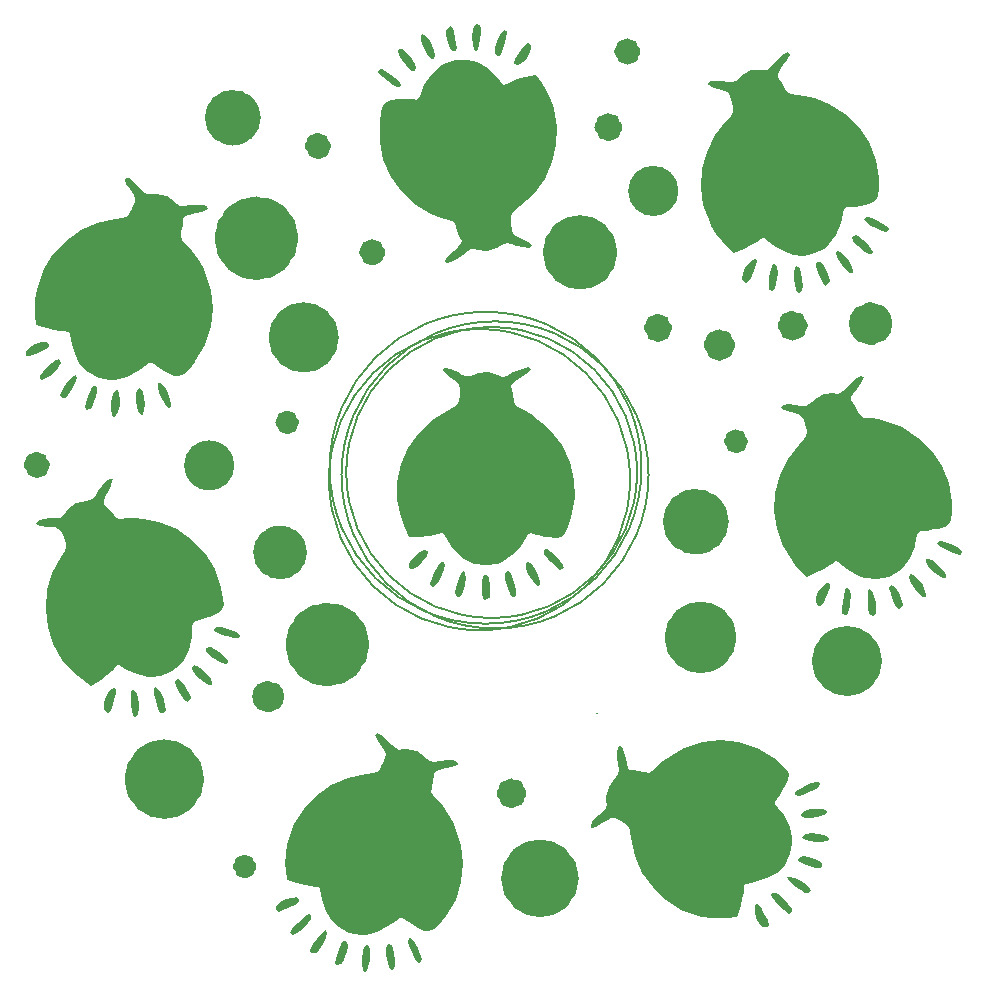
<source format=gbr>
%TF.GenerationSoftware,KiCad,Pcbnew,7.0.11*%
%TF.CreationDate,2024-08-27T07:46:35-07:00*%
%TF.ProjectId,nightLight,6e696768-744c-4696-9768-742e6b696361,rev?*%
%TF.SameCoordinates,Original*%
%TF.FileFunction,Copper,L2,Bot*%
%TF.FilePolarity,Positive*%
%FSLAX46Y46*%
G04 Gerber Fmt 4.6, Leading zero omitted, Abs format (unit mm)*
G04 Created by KiCad (PCBNEW 7.0.11) date 2024-08-27 07:46:35*
%MOMM*%
%LPD*%
G01*
G04 APERTURE LIST*
%TA.AperFunction,NonConductor*%
%ADD10C,2.980386*%
%TD*%
%TA.AperFunction,NonConductor*%
%ADD11C,3.518817*%
%TD*%
%TA.AperFunction,NonConductor*%
%ADD12C,2.139608*%
%TD*%
%TA.AperFunction,NonConductor*%
%ADD13C,3.346017*%
%TD*%
%TA.AperFunction,NonConductor*%
%ADD14C,2.972124*%
%TD*%
%TA.AperFunction,NonConductor*%
%ADD15C,1.287054*%
%TD*%
%TA.AperFunction,NonConductor*%
%ADD16C,0.994427*%
%TD*%
%TA.AperFunction,NonConductor*%
%ADD17C,1.316553*%
%TD*%
%TA.AperFunction,NonConductor*%
%ADD18C,3.023173*%
%TD*%
%TA.AperFunction,NonConductor*%
%ADD19C,1.124254*%
%TD*%
%TA.AperFunction,NonConductor*%
%ADD20C,1.213904*%
%TD*%
%TA.AperFunction,NonConductor*%
%ADD21C,1.259715*%
%TD*%
%TA.AperFunction,NonConductor*%
%ADD22C,0.200000*%
%TD*%
%TA.AperFunction,NonConductor*%
%ADD23C,3.162128*%
%TD*%
%TA.AperFunction,NonConductor*%
%ADD24C,1.128305*%
%TD*%
%TA.AperFunction,NonConductor*%
%ADD25C,1.364911*%
%TD*%
%TA.AperFunction,NonConductor*%
%ADD26C,2.354059*%
%TD*%
%TA.AperFunction,NonConductor*%
%ADD27C,0.976982*%
%TD*%
%TA.AperFunction,NonConductor*%
%ADD28C,1.012828*%
%TD*%
%TA.AperFunction,NonConductor*%
%ADD29C,2.777517*%
%TD*%
%TA.AperFunction,NonConductor*%
%ADD30C,1.820465*%
%TD*%
%TA.AperFunction,NonConductor*%
%ADD31C,3.275025*%
%TD*%
%TA.AperFunction,NonConductor*%
%ADD32C,2.269087*%
%TD*%
%TA.AperFunction,NonConductor*%
%ADD33C,1.192362*%
%TD*%
%TA.AperFunction,NonConductor*%
%ADD34C,1.131959*%
%TD*%
%TA.AperFunction,EtchedComponent*%
%ADD35C,0.000100*%
%TD*%
%TA.AperFunction,ComponentPad*%
%ADD36C,0.800000*%
%TD*%
G04 APERTURE END LIST*
D10*
X136090193Y-87760393D02*
G75*
G03*
X133109807Y-87760393I-1490193J0D01*
G01*
X133109807Y-87760393D02*
G75*
G03*
X136090193Y-87760393I1490193J0D01*
G01*
D11*
X138359408Y-113760393D02*
G75*
G03*
X134840592Y-113760393I-1759408J0D01*
G01*
X134840592Y-113760393D02*
G75*
G03*
X138359408Y-113760393I1759408J0D01*
G01*
D12*
X127669804Y-98600000D02*
G75*
G03*
X125530196Y-98600000I-1069804J0D01*
G01*
X125530196Y-98600000D02*
G75*
G03*
X127669804Y-98600000I1069804J0D01*
G01*
D13*
X124473008Y-125160393D02*
G75*
G03*
X121126992Y-125160393I-1673008J0D01*
G01*
X121126992Y-125160393D02*
G75*
G03*
X124473008Y-125160393I1673008J0D01*
G01*
D14*
X182086062Y-115160393D02*
G75*
G03*
X179113938Y-115160393I-1486062J0D01*
G01*
X179113938Y-115160393D02*
G75*
G03*
X182086062Y-115160393I1486062J0D01*
G01*
D15*
X176643527Y-86760393D02*
G75*
G03*
X175356473Y-86760393I-643527J0D01*
G01*
X175356473Y-86760393D02*
G75*
G03*
X176643527Y-86760393I643527J0D01*
G01*
D16*
X133697213Y-94960393D02*
G75*
G03*
X132702787Y-94960393I-497213J0D01*
G01*
X132702787Y-94960393D02*
G75*
G03*
X133697213Y-94960393I497213J0D01*
G01*
D17*
X170458276Y-88400000D02*
G75*
G03*
X169141724Y-88400000I-658276J0D01*
G01*
X169141724Y-88400000D02*
G75*
G03*
X170458276Y-88400000I658276J0D01*
G01*
D18*
X169711586Y-113160393D02*
G75*
G03*
X166688414Y-113160393I-1511586J0D01*
G01*
X166688414Y-113160393D02*
G75*
G03*
X169711586Y-113160393I1511586J0D01*
G01*
D19*
X112562127Y-98560393D02*
G75*
G03*
X111437873Y-98560393I-562127J0D01*
G01*
X111437873Y-98560393D02*
G75*
G03*
X112562127Y-98560393I562127J0D01*
G01*
D20*
X165206952Y-86960393D02*
G75*
G03*
X163993048Y-86960393I-606952J0D01*
G01*
X163993048Y-86960393D02*
G75*
G03*
X165206952Y-86960393I606952J0D01*
G01*
D21*
X152829857Y-126360393D02*
G75*
G03*
X151570143Y-126360393I-629857J0D01*
G01*
X151570143Y-126360393D02*
G75*
G03*
X152829857Y-126360393I629857J0D01*
G01*
D22*
X162826007Y-99200000D02*
G75*
G03*
X138199999Y-99200000I-12313004J0D01*
G01*
X138199999Y-99200000D02*
G75*
G03*
X162826007Y-99200000I12313004J0D01*
G01*
X163200000Y-98800000D02*
G75*
G03*
X136800000Y-98800000I-13200000J0D01*
G01*
X136800000Y-98800000D02*
G75*
G03*
X163200000Y-98800000I13200000J0D01*
G01*
D23*
X159581064Y-80560393D02*
G75*
G03*
X156418936Y-80560393I-1581064J0D01*
G01*
X156418936Y-80560393D02*
G75*
G03*
X159581064Y-80560393I1581064J0D01*
G01*
D19*
X162562127Y-63560393D02*
G75*
G03*
X161437873Y-63560393I-562127J0D01*
G01*
X161437873Y-63560393D02*
G75*
G03*
X162562127Y-63560393I562127J0D01*
G01*
D24*
X140964152Y-80560393D02*
G75*
G03*
X139835848Y-80560393I-564152J0D01*
G01*
X139835848Y-80560393D02*
G75*
G03*
X140964152Y-80560393I564152J0D01*
G01*
D25*
X132282455Y-118160393D02*
G75*
G03*
X130917545Y-118160393I-682455J0D01*
G01*
X130917545Y-118160393D02*
G75*
G03*
X132282455Y-118160393I682455J0D01*
G01*
D26*
X129777029Y-69160393D02*
G75*
G03*
X127422971Y-69160393I-1177029J0D01*
G01*
X127422971Y-69160393D02*
G75*
G03*
X129777029Y-69160393I1177029J0D01*
G01*
D27*
X130088491Y-132560393D02*
G75*
G03*
X129111509Y-132560393I-488491J0D01*
G01*
X129111509Y-132560393D02*
G75*
G03*
X130088491Y-132560393I488491J0D01*
G01*
D11*
X132359408Y-79360393D02*
G75*
G03*
X128840592Y-79360393I-1759408J0D01*
G01*
X128840592Y-79360393D02*
G75*
G03*
X132359408Y-79360393I1759408J0D01*
G01*
D28*
X171706414Y-96560393D02*
G75*
G03*
X170693586Y-96560393I-506414J0D01*
G01*
X170693586Y-96560393D02*
G75*
G03*
X171706414Y-96560393I506414J0D01*
G01*
D29*
X169188758Y-103360393D02*
G75*
G03*
X166411242Y-103360393I-1388758J0D01*
G01*
X166411242Y-103360393D02*
G75*
G03*
X169188758Y-103360393I1388758J0D01*
G01*
D30*
X183510232Y-86600000D02*
G75*
G03*
X181689768Y-86600000I-910232J0D01*
G01*
X181689768Y-86600000D02*
G75*
G03*
X183510232Y-86600000I910232J0D01*
G01*
D22*
X163800000Y-99400000D02*
G75*
G03*
X137800000Y-99400000I-13000000J0D01*
G01*
X137800000Y-99400000D02*
G75*
G03*
X163800000Y-99400000I13000000J0D01*
G01*
D12*
X165269804Y-75360393D02*
G75*
G03*
X163130196Y-75360393I-1069804J0D01*
G01*
X163130196Y-75360393D02*
G75*
G03*
X165269804Y-75360393I1069804J0D01*
G01*
D31*
X156237512Y-133560393D02*
G75*
G03*
X152962488Y-133560393I-1637512J0D01*
G01*
X152962488Y-133560393D02*
G75*
G03*
X156237512Y-133560393I1637512J0D01*
G01*
D22*
X162236997Y-99800000D02*
G75*
G03*
X136736997Y-99800000I-12750000J0D01*
G01*
X136736997Y-99800000D02*
G75*
G03*
X162236997Y-99800000I12750000J0D01*
G01*
D32*
X133734543Y-105960393D02*
G75*
G03*
X131465457Y-105960393I-1134543J0D01*
G01*
X131465457Y-105960393D02*
G75*
G03*
X133734543Y-105960393I1134543J0D01*
G01*
D33*
X160996181Y-69960393D02*
G75*
G03*
X159803819Y-69960393I-596181J0D01*
G01*
X159803819Y-69960393D02*
G75*
G03*
X160996181Y-69960393I596181J0D01*
G01*
D34*
X136365979Y-71560393D02*
G75*
G03*
X135234021Y-71560393I-565979J0D01*
G01*
X135234021Y-71560393D02*
G75*
G03*
X136365979Y-71560393I565979J0D01*
G01*
D35*
%TO.C,D1*%
X159450000Y-119575000D02*
X159375000Y-119525000D01*
%TA.AperFunction,EtchedComponent*%
%TO.C,REF\u002A\u002A*%
G36*
X178542856Y-127681780D02*
G01*
X178842752Y-127770763D01*
X178932274Y-127907279D01*
X178803245Y-128114008D01*
X178365973Y-128291906D01*
X177650910Y-128424276D01*
X177212581Y-128438595D01*
X176826472Y-128345377D01*
X176681536Y-128161181D01*
X176835796Y-127921776D01*
X177017232Y-127831431D01*
X177484589Y-127723063D01*
X178041633Y-127669530D01*
X178542856Y-127681780D01*
G37*
%TD.AperFunction*%
%TA.AperFunction,EtchedComponent*%
G36*
X178164496Y-129791355D02*
G01*
X178683333Y-129912829D01*
X178972168Y-130049376D01*
X179114681Y-130245525D01*
X178926815Y-130401372D01*
X178424651Y-130481560D01*
X178026028Y-130483981D01*
X177392521Y-130409429D01*
X176955137Y-130251203D01*
X176793583Y-130031309D01*
X176836368Y-129940674D01*
X177130337Y-129812216D01*
X177609939Y-129760130D01*
X178164496Y-129791355D01*
G37*
%TD.AperFunction*%
%TA.AperFunction,EtchedComponent*%
G36*
X176225110Y-133534088D02*
G01*
X176733818Y-133782349D01*
X177213377Y-134121670D01*
X177455051Y-134382780D01*
X177523195Y-134668241D01*
X177278617Y-134828158D01*
X177076246Y-134788381D01*
X176698825Y-134587072D01*
X176266280Y-134283896D01*
X175869383Y-133949833D01*
X175598903Y-133655867D01*
X175545611Y-133472975D01*
X175793101Y-133418058D01*
X176225110Y-133534088D01*
G37*
%TD.AperFunction*%
%TA.AperFunction,EtchedComponent*%
G36*
X173082966Y-135755697D02*
G01*
X173315689Y-135994413D01*
X173613258Y-136538455D01*
X173873424Y-137117757D01*
X173975566Y-137490392D01*
X173899843Y-137671989D01*
X173648029Y-137723007D01*
X173455491Y-137663213D01*
X173167259Y-137365620D01*
X172930320Y-136915891D01*
X172784866Y-136424090D01*
X172771092Y-136000280D01*
X172929187Y-135754523D01*
X173082966Y-135755697D01*
G37*
%TD.AperFunction*%
%TA.AperFunction,EtchedComponent*%
G36*
X178204538Y-125445001D02*
G01*
X178299822Y-125612407D01*
X178244335Y-125777818D01*
X177966492Y-125973437D01*
X177412774Y-126253947D01*
X177034572Y-126419994D01*
X176513428Y-126568948D01*
X176224453Y-126525303D01*
X176201682Y-126288096D01*
X176274424Y-126187174D01*
X176596891Y-125956424D01*
X177064046Y-125719303D01*
X177562980Y-125523339D01*
X177980780Y-125416063D01*
X178204538Y-125445001D01*
G37*
%TD.AperFunction*%
%TA.AperFunction,EtchedComponent*%
G36*
X174964988Y-135008457D02*
G01*
X175425948Y-135473327D01*
X175623364Y-135720328D01*
X175902422Y-136155518D01*
X175926429Y-136414712D01*
X175706153Y-136538861D01*
X175589604Y-136503333D01*
X175284571Y-136270520D01*
X174908436Y-135902110D01*
X174546450Y-135490705D01*
X174283866Y-135128906D01*
X174205934Y-134909314D01*
X174284484Y-134795135D01*
X174565748Y-134773724D01*
X174964988Y-135008457D01*
G37*
%TD.AperFunction*%
%TA.AperFunction,EtchedComponent*%
G36*
X177417558Y-131771938D02*
G01*
X177599519Y-131827013D01*
X178080430Y-132004877D01*
X178369227Y-132159932D01*
X178447295Y-132262041D01*
X178475910Y-132591476D01*
X178455997Y-132633928D01*
X178295932Y-132722418D01*
X177954790Y-132672647D01*
X177361383Y-132477325D01*
X176955956Y-132324164D01*
X176586399Y-132148818D01*
X176456201Y-132000274D01*
X176503401Y-131831928D01*
X176581002Y-131741250D01*
X176881766Y-131666778D01*
X177417558Y-131771938D01*
G37*
%TD.AperFunction*%
%TA.AperFunction,EtchedComponent*%
G36*
X171493479Y-122043120D02*
G01*
X172986949Y-122543596D01*
X174378550Y-123375267D01*
X174413587Y-123401608D01*
X175089264Y-123941851D01*
X175490623Y-124371920D01*
X175647657Y-124764580D01*
X175590363Y-125192596D01*
X175348739Y-125728733D01*
X175198637Y-126003006D01*
X174887455Y-126519690D01*
X174639755Y-126868626D01*
X174526840Y-127023023D01*
X174504898Y-127281755D01*
X174749465Y-127615469D01*
X175224770Y-128220744D01*
X175732645Y-129190740D01*
X175970039Y-130154690D01*
X175975102Y-130574360D01*
X175771458Y-131540215D01*
X175313854Y-132425337D01*
X174657142Y-133106405D01*
X174539087Y-133185150D01*
X173961127Y-133476221D01*
X173252031Y-133743597D01*
X172559461Y-133936741D01*
X172031082Y-134005120D01*
X171907354Y-134111552D01*
X171855553Y-134518844D01*
X171843408Y-134732407D01*
X171748150Y-135310136D01*
X171587994Y-135940326D01*
X171313039Y-136843085D01*
X170400474Y-136931763D01*
X169937393Y-136948762D01*
X169130493Y-136907147D01*
X168349001Y-136800635D01*
X168020996Y-136728769D01*
X166581345Y-136201448D01*
X165281867Y-135384726D01*
X164165166Y-134325635D01*
X163273847Y-133071209D01*
X162650515Y-131668482D01*
X162337775Y-130164489D01*
X162336449Y-130150267D01*
X162266022Y-129560494D01*
X162146360Y-129206216D01*
X161905670Y-128968243D01*
X161472160Y-128727383D01*
X161428149Y-128705083D01*
X160939492Y-128490885D01*
X160615059Y-128455438D01*
X160328606Y-128582777D01*
X159816583Y-128914932D01*
X159333696Y-129205224D01*
X159052640Y-129325327D01*
X158920742Y-129295424D01*
X158885320Y-129135694D01*
X158902983Y-129031437D01*
X159136222Y-128648374D01*
X159593553Y-128186767D01*
X159892261Y-127921978D01*
X160162395Y-127622545D01*
X160255787Y-127353340D01*
X160235345Y-126997825D01*
X160216949Y-126634446D01*
X160411487Y-125800354D01*
X160929314Y-125099003D01*
X161078187Y-124955770D01*
X161245564Y-124706387D01*
X161274480Y-124382092D01*
X161193815Y-123846079D01*
X161128633Y-123290002D01*
X161151299Y-122742598D01*
X161269568Y-122391842D01*
X161469517Y-122315041D01*
X161562808Y-122440998D01*
X161708582Y-122836403D01*
X161848422Y-123395868D01*
X161956938Y-123881830D01*
X162085675Y-124232924D01*
X162260355Y-124380643D01*
X162537570Y-124408109D01*
X162919373Y-124437372D01*
X163468975Y-124564895D01*
X163504699Y-124577388D01*
X163816963Y-124617473D01*
X164118759Y-124466231D01*
X164518181Y-124072987D01*
X164544894Y-124044366D01*
X165026237Y-123628389D01*
X165688430Y-123168507D01*
X166396495Y-122759133D01*
X166810435Y-122560409D01*
X168364365Y-122048372D01*
X169938999Y-121876994D01*
X171493479Y-122043120D01*
G37*
%TD.AperFunction*%
%TA.AperFunction,EtchedComponent*%
G36*
X181569106Y-79188853D02*
G01*
X181952532Y-79477212D01*
X182351601Y-79869521D01*
X182664397Y-80261355D01*
X182789002Y-80548286D01*
X182741968Y-80704614D01*
X182500666Y-80738655D01*
X182083315Y-80518036D01*
X181522281Y-80055351D01*
X181229559Y-79728776D01*
X181052782Y-79373080D01*
X181100722Y-79143654D01*
X181383273Y-79107937D01*
X181569106Y-79188853D01*
G37*
%TD.AperFunction*%
%TA.AperFunction,EtchedComponent*%
G36*
X180124439Y-80548720D02*
G01*
X180472622Y-80882636D01*
X180805164Y-81327523D01*
X181045611Y-81803056D01*
X181126670Y-82112089D01*
X181068017Y-82347342D01*
X180827872Y-82303604D01*
X180443661Y-81970469D01*
X180185576Y-81666661D01*
X179835476Y-81133446D01*
X179675538Y-80696685D01*
X179740143Y-80431582D01*
X179837075Y-80406098D01*
X180124439Y-80548720D01*
G37*
%TD.AperFunction*%
%TA.AperFunction,EtchedComponent*%
G36*
X176502645Y-81842129D02*
G01*
X176691451Y-82247649D01*
X176828263Y-82796922D01*
X176876583Y-83382396D01*
X176831906Y-83735367D01*
X176657032Y-83971059D01*
X176377317Y-83886495D01*
X176277707Y-83705901D01*
X176189317Y-83287381D01*
X176143528Y-82761154D01*
X176144314Y-82242382D01*
X176195645Y-81846225D01*
X176301493Y-81687840D01*
X176502645Y-81842129D01*
G37*
%TD.AperFunction*%
%TA.AperFunction,EtchedComponent*%
G36*
X172969868Y-81268650D02*
G01*
X172936593Y-81600370D01*
X172711106Y-82178025D01*
X172434567Y-82749691D01*
X172214767Y-83067462D01*
X172026982Y-83126183D01*
X171826037Y-82966076D01*
X171748081Y-82780148D01*
X171790778Y-82368061D01*
X171982989Y-81897475D01*
X172266235Y-81469927D01*
X172582038Y-81186955D01*
X172871920Y-81150094D01*
X172969868Y-81268650D01*
G37*
%TD.AperFunction*%
%TA.AperFunction,EtchedComponent*%
G36*
X182735254Y-77661622D02*
G01*
X183217181Y-77867064D01*
X183688007Y-78123307D01*
X184038742Y-78374404D01*
X184160402Y-78564414D01*
X184093409Y-78745013D01*
X183931031Y-78808831D01*
X183602585Y-78721732D01*
X183031778Y-78477868D01*
X182661475Y-78294882D01*
X182212385Y-77991408D01*
X182060070Y-77741986D01*
X182227143Y-77572069D01*
X182351212Y-77562920D01*
X182735254Y-77661622D01*
G37*
%TD.AperFunction*%
%TA.AperFunction,EtchedComponent*%
G36*
X174675217Y-81773327D02*
G01*
X174752028Y-82230046D01*
X174692216Y-82881974D01*
X174629899Y-83191973D01*
X174475899Y-83685478D01*
X174292776Y-83870476D01*
X174056082Y-83781536D01*
X174008381Y-83669417D01*
X173990656Y-83286099D01*
X174031099Y-82761153D01*
X174113574Y-82219410D01*
X174221941Y-81785699D01*
X174340065Y-81584849D01*
X174478022Y-81571629D01*
X174675217Y-81773327D01*
G37*
%TD.AperFunction*%
%TA.AperFunction,EtchedComponent*%
G36*
X178293607Y-81367864D02*
G01*
X178543984Y-81550393D01*
X178807826Y-82028430D01*
X178882599Y-82203221D01*
X179055471Y-82685949D01*
X179122327Y-83006848D01*
X179094288Y-83132286D01*
X178860320Y-83365963D01*
X178815000Y-83377996D01*
X178644325Y-83312260D01*
X178463170Y-83018937D01*
X178231360Y-82438811D01*
X178088085Y-82029786D01*
X177984861Y-81633978D01*
X178014963Y-81438759D01*
X178174263Y-81366705D01*
X178293607Y-81367864D01*
G37*
%TD.AperFunction*%
%TA.AperFunction,EtchedComponent*%
G36*
X175801027Y-63732745D02*
G01*
X175764505Y-63885174D01*
X175555308Y-64251005D01*
X175216621Y-64717745D01*
X174914105Y-65113243D01*
X174727902Y-65437541D01*
X174727025Y-65666305D01*
X174884176Y-65896319D01*
X175107177Y-66207607D01*
X175362766Y-66710597D01*
X175376159Y-66745994D01*
X175546171Y-67010968D01*
X175856020Y-67144941D01*
X176414006Y-67198143D01*
X176453101Y-67200209D01*
X177081160Y-67301554D01*
X177859099Y-67513217D01*
X178627833Y-67792486D01*
X179046140Y-67981845D01*
X180437230Y-68843094D01*
X181580668Y-69939174D01*
X182452610Y-71236758D01*
X183029206Y-72702522D01*
X183286613Y-74303138D01*
X183288956Y-74346910D01*
X183309423Y-75211770D01*
X183237959Y-75795672D01*
X183038104Y-76168363D01*
X182673397Y-76399598D01*
X182107379Y-76559125D01*
X181800791Y-76620439D01*
X181204963Y-76714178D01*
X180778444Y-76748720D01*
X180587589Y-76761467D01*
X180375285Y-76910969D01*
X180276849Y-77312824D01*
X180118703Y-78065992D01*
X179702098Y-79078549D01*
X179116263Y-79880018D01*
X178798032Y-80153656D01*
X177927244Y-80618495D01*
X176955059Y-80836895D01*
X176011205Y-80771607D01*
X175874999Y-80731788D01*
X175280519Y-80476141D01*
X174619899Y-80104809D01*
X174026767Y-79698420D01*
X173634750Y-79337611D01*
X173473688Y-79311243D01*
X173128386Y-79533364D01*
X172956981Y-79661335D01*
X172453185Y-79959721D01*
X171867485Y-80242112D01*
X170999194Y-80611767D01*
X170344677Y-79969703D01*
X170033992Y-79625889D01*
X169547206Y-78981018D01*
X169126465Y-78313895D01*
X168970681Y-78016435D01*
X168449241Y-76574643D01*
X168239598Y-75054206D01*
X168333108Y-73517993D01*
X168721125Y-72028874D01*
X169395007Y-70649718D01*
X170346107Y-69443397D01*
X170356149Y-69433240D01*
X170762672Y-69000191D01*
X170957147Y-68680799D01*
X170984733Y-68343453D01*
X170890587Y-67856544D01*
X170879381Y-67808495D01*
X170729362Y-67296479D01*
X170547975Y-67025163D01*
X170266299Y-66887579D01*
X169682732Y-66708852D01*
X169149962Y-66525535D01*
X168877298Y-66387435D01*
X168815423Y-66267173D01*
X168915014Y-66137366D01*
X169006234Y-66083882D01*
X169449599Y-66016326D01*
X170097177Y-66069946D01*
X170492024Y-66128567D01*
X170895041Y-66143030D01*
X171161296Y-66041530D01*
X171420496Y-65797350D01*
X171687036Y-65549682D01*
X172451034Y-65162563D01*
X173321153Y-65108421D01*
X173526569Y-65130397D01*
X173825196Y-65098315D01*
X174092206Y-64912012D01*
X174450966Y-64505677D01*
X174835048Y-64098305D01*
X175268952Y-63763804D01*
X175613670Y-63628942D01*
X175801027Y-63732745D01*
G37*
%TD.AperFunction*%
%TA.AperFunction,EtchedComponent*%
G36*
X142937802Y-63381784D02*
G01*
X143310502Y-63671524D01*
X143782670Y-64224601D01*
X144014235Y-64597046D01*
X144126560Y-64978035D01*
X144039510Y-65195651D01*
X143755049Y-65181761D01*
X143586090Y-65069805D01*
X143258562Y-64719245D01*
X142933679Y-64263599D01*
X142693677Y-63823401D01*
X142620790Y-63519192D01*
X142694256Y-63373406D01*
X142937802Y-63381784D01*
G37*
%TD.AperFunction*%
%TA.AperFunction,EtchedComponent*%
G36*
X144856933Y-62131087D02*
G01*
X145177460Y-62525879D01*
X145378868Y-62869887D01*
X145631057Y-63455796D01*
X145712722Y-63913695D01*
X145603064Y-64163552D01*
X145503180Y-64171816D01*
X145244948Y-63981461D01*
X144960039Y-63592156D01*
X144709801Y-63096283D01*
X144555583Y-62586221D01*
X144529419Y-62267808D01*
X144628032Y-62046314D01*
X144856933Y-62131087D01*
G37*
%TD.AperFunction*%
%TA.AperFunction,EtchedComponent*%
G36*
X149514741Y-61345075D02*
G01*
X149581478Y-61540222D01*
X149595850Y-61967733D01*
X149549565Y-62493917D01*
X149458707Y-63004670D01*
X149339364Y-63385896D01*
X149207621Y-63523494D01*
X149036316Y-63336620D01*
X148920797Y-62904474D01*
X148881443Y-62339789D01*
X148935524Y-61754819D01*
X149040815Y-61414968D01*
X149253960Y-61213223D01*
X149514741Y-61345075D01*
G37*
%TD.AperFunction*%
%TA.AperFunction,EtchedComponent*%
G36*
X153837048Y-63041832D02*
G01*
X153881534Y-63238473D01*
X153767926Y-63636885D01*
X153496919Y-64066945D01*
X153143734Y-64438812D01*
X152783590Y-64662646D01*
X152491712Y-64648610D01*
X152415839Y-64514847D01*
X152506211Y-64193945D01*
X152828581Y-63664221D01*
X153200188Y-63149260D01*
X153471828Y-62874484D01*
X153666957Y-62849264D01*
X153837048Y-63041832D01*
G37*
%TD.AperFunction*%
%TA.AperFunction,EtchedComponent*%
G36*
X141502390Y-65176719D02*
G01*
X142022177Y-65515998D01*
X142355080Y-65760507D01*
X142744650Y-66137354D01*
X142851339Y-66409436D01*
X142657298Y-66547759D01*
X142533526Y-66535225D01*
X142172457Y-66371335D01*
X141733526Y-66085327D01*
X141314350Y-65751219D01*
X141012546Y-65443032D01*
X140925729Y-65234783D01*
X141023064Y-65068562D01*
X141194058Y-65033909D01*
X141502390Y-65176719D01*
G37*
%TD.AperFunction*%
%TA.AperFunction,EtchedComponent*%
G36*
X151782485Y-61851518D02*
G01*
X151809992Y-61970216D01*
X151760886Y-62350789D01*
X151629901Y-62860737D01*
X151454607Y-63379928D01*
X151272572Y-63788232D01*
X151121366Y-63965519D01*
X150983209Y-63954582D01*
X150824034Y-63721706D01*
X150827699Y-63258587D01*
X150999808Y-62626950D01*
X151115009Y-62332481D01*
X151352366Y-61873216D01*
X151564831Y-61722828D01*
X151782485Y-61851518D01*
G37*
%TD.AperFunction*%
%TA.AperFunction,EtchedComponent*%
G36*
X147182459Y-61516925D02*
G01*
X147309927Y-61837248D01*
X147437477Y-62448815D01*
X147507550Y-62876505D01*
X147540473Y-63284224D01*
X147476930Y-63471251D01*
X147307538Y-63514547D01*
X147190207Y-63492682D01*
X146975331Y-63269449D01*
X146798507Y-62752859D01*
X146755222Y-62567739D01*
X146668801Y-62062325D01*
X146658685Y-61734692D01*
X146708079Y-61616029D01*
X146979071Y-61426530D01*
X147025792Y-61422550D01*
X147182459Y-61516925D01*
G37*
%TD.AperFunction*%
%TA.AperFunction,EtchedComponent*%
G36*
X149334396Y-64476216D02*
G01*
X149461619Y-64539082D01*
X150002674Y-64894075D01*
X150588776Y-65374482D01*
X151102329Y-65877693D01*
X151425737Y-66301093D01*
X151579773Y-66355029D01*
X151958399Y-66196244D01*
X152149423Y-66099980D01*
X152697380Y-65893611D01*
X153323218Y-65717216D01*
X154242507Y-65503954D01*
X154775588Y-66249919D01*
X155021850Y-66642460D01*
X155389260Y-67362063D01*
X155687764Y-68092112D01*
X155789528Y-68412105D01*
X156052681Y-69922540D01*
X155995118Y-71456281D01*
X155636269Y-72952918D01*
X154995563Y-74352036D01*
X154092432Y-75593221D01*
X152946306Y-76616059D01*
X152934652Y-76624318D01*
X152459107Y-76980196D01*
X152212125Y-77260966D01*
X152126379Y-77588396D01*
X152134543Y-78084256D01*
X152137236Y-78133521D01*
X152196064Y-78663809D01*
X152327582Y-78962500D01*
X152581088Y-79146907D01*
X153124754Y-79424253D01*
X153617597Y-79697300D01*
X153862138Y-79880650D01*
X153902190Y-80009829D01*
X153781571Y-80120370D01*
X153682450Y-80157202D01*
X153234089Y-80146742D01*
X152605660Y-79981486D01*
X152226991Y-79855191D01*
X151832608Y-79770965D01*
X151552774Y-79824687D01*
X151255110Y-80020149D01*
X150949612Y-80217769D01*
X150129998Y-80466341D01*
X149263697Y-80368565D01*
X149065217Y-80311253D01*
X148765556Y-80290992D01*
X148470251Y-80428098D01*
X148046382Y-80765962D01*
X147597396Y-81100450D01*
X147111998Y-81354523D01*
X146749099Y-81427477D01*
X146582614Y-81292716D01*
X146645050Y-81148945D01*
X146914594Y-80824999D01*
X147329184Y-80424161D01*
X147695783Y-80087203D01*
X147935470Y-79800166D01*
X147976059Y-79575030D01*
X147861237Y-79321221D01*
X147695678Y-78975939D01*
X147531315Y-78436207D01*
X147524273Y-78399023D01*
X147402855Y-78108552D01*
X147120978Y-77922810D01*
X146580708Y-77773523D01*
X146542565Y-77764699D01*
X145941646Y-77555832D01*
X145212280Y-77212297D01*
X144503720Y-76803782D01*
X144124650Y-76544662D01*
X142904248Y-75454937D01*
X141968513Y-74176953D01*
X141335142Y-72747671D01*
X141021832Y-71204050D01*
X141046280Y-69583052D01*
X141051573Y-69539539D01*
X141181599Y-68684264D01*
X141353370Y-68121643D01*
X141614907Y-67789318D01*
X142014226Y-67624927D01*
X142599346Y-67566111D01*
X142911925Y-67558967D01*
X143514977Y-67570117D01*
X143941015Y-67610163D01*
X144131184Y-67630752D01*
X144366223Y-67520388D01*
X144532945Y-67141730D01*
X144819476Y-66427466D01*
X145405580Y-65502635D01*
X146121688Y-64815072D01*
X146482601Y-64600851D01*
X147420879Y-64294285D01*
X148416218Y-64248021D01*
X149334396Y-64476216D01*
G37*
%TD.AperFunction*%
%TA.AperFunction,EtchedComponent*%
G36*
X126780129Y-114007675D02*
G01*
X127207802Y-114225072D01*
X127668933Y-114542124D01*
X128045018Y-114873688D01*
X128217555Y-115134623D01*
X128198381Y-115296743D01*
X127966657Y-115372169D01*
X127517337Y-115227373D01*
X126884481Y-114869141D01*
X126539497Y-114598358D01*
X126303640Y-114278763D01*
X126311012Y-114044497D01*
X126583068Y-113960258D01*
X126780129Y-114007675D01*
G37*
%TD.AperFunction*%
%TA.AperFunction,EtchedComponent*%
G36*
X125593548Y-115597747D02*
G01*
X125994425Y-115866129D01*
X126399170Y-116246511D01*
X126718539Y-116673067D01*
X126852029Y-116963329D01*
X126835118Y-117205193D01*
X126591027Y-117203820D01*
X126154804Y-116942464D01*
X125847885Y-116688088D01*
X125410512Y-116223767D01*
X125177161Y-115821414D01*
X125194750Y-115549120D01*
X125285784Y-115507192D01*
X125593548Y-115597747D01*
G37*
%TD.AperFunction*%
%TA.AperFunction,EtchedComponent*%
G36*
X122251376Y-117500423D02*
G01*
X122507731Y-117866997D01*
X122737845Y-118384168D01*
X122887097Y-118952357D01*
X122904392Y-119307724D01*
X122773102Y-119570202D01*
X122482952Y-119535494D01*
X122353495Y-119374942D01*
X122193773Y-118978128D01*
X122057301Y-118467847D01*
X121967992Y-117956820D01*
X121949751Y-117557768D01*
X122026487Y-117383409D01*
X122251376Y-117500423D01*
G37*
%TD.AperFunction*%
%TA.AperFunction,EtchedComponent*%
G36*
X118672686Y-117549117D02*
G01*
X118697518Y-117881576D01*
X118575766Y-118489610D01*
X118402697Y-119100612D01*
X118241417Y-119451723D01*
X118066682Y-119542160D01*
X117840987Y-119419380D01*
X117731929Y-119249814D01*
X117702420Y-118836572D01*
X117809994Y-118339759D01*
X118014694Y-117869521D01*
X118276562Y-117536010D01*
X118555639Y-117449371D01*
X118672686Y-117549117D01*
G37*
%TD.AperFunction*%
%TA.AperFunction,EtchedComponent*%
G36*
X127663360Y-112301146D02*
G01*
X128173640Y-112419782D01*
X128681809Y-112590374D01*
X129070818Y-112776752D01*
X129223625Y-112942749D01*
X129189010Y-113132237D01*
X129040181Y-113223283D01*
X128701600Y-113194542D01*
X128097119Y-113053501D01*
X127700666Y-112937597D01*
X127205701Y-112716718D01*
X127012388Y-112497534D01*
X127147418Y-112301187D01*
X127268012Y-112270633D01*
X127663360Y-112301146D01*
G37*
%TD.AperFunction*%
%TA.AperFunction,EtchedComponent*%
G36*
X120439763Y-117749996D02*
G01*
X120594715Y-118186439D01*
X120649018Y-118838849D01*
X120641479Y-119154960D01*
X120575515Y-119667709D01*
X120427299Y-119881695D01*
X120178756Y-119835208D01*
X120112311Y-119733076D01*
X120028292Y-119358659D01*
X119976965Y-118834666D01*
X119964114Y-118286831D01*
X119995522Y-117840892D01*
X120076974Y-117622580D01*
X120210540Y-117585606D01*
X120439763Y-117749996D01*
G37*
%TD.AperFunction*%
%TA.AperFunction,EtchedComponent*%
G36*
X124211042Y-116858645D02*
G01*
X124553887Y-117283604D01*
X124657876Y-117442755D01*
X124911946Y-117888131D01*
X125033510Y-118192545D01*
X125027679Y-118320946D01*
X124837843Y-118591702D01*
X124795301Y-118611421D01*
X124615804Y-118576321D01*
X124386466Y-118318912D01*
X124057440Y-117787852D01*
X123845315Y-117409921D01*
X123674928Y-117038051D01*
X123670673Y-116840570D01*
X123815041Y-116741949D01*
X123932774Y-116722366D01*
X124211042Y-116858645D01*
G37*
%TD.AperFunction*%
%TA.AperFunction,EtchedComponent*%
G36*
X118415755Y-99787997D02*
G01*
X118406257Y-99944452D01*
X118263764Y-100341051D01*
X118011272Y-100859513D01*
X117782028Y-101301535D01*
X117654968Y-101653239D01*
X117693829Y-101878680D01*
X117888533Y-102077911D01*
X118162201Y-102345746D01*
X118501251Y-102796712D01*
X118520587Y-102829245D01*
X118734028Y-103060671D01*
X119062434Y-103138804D01*
X119621181Y-103094305D01*
X119660041Y-103089551D01*
X120296157Y-103080295D01*
X121099033Y-103153654D01*
X121904582Y-103295191D01*
X122349416Y-103409035D01*
X123868927Y-104015640D01*
X125185326Y-104896512D01*
X126269343Y-106022972D01*
X127091708Y-107366342D01*
X127623148Y-108897944D01*
X127633056Y-108940643D01*
X127803394Y-109788810D01*
X127834409Y-110376251D01*
X127702307Y-110777985D01*
X127383294Y-111069037D01*
X126853577Y-111324428D01*
X126562293Y-111438050D01*
X125991796Y-111633829D01*
X125577755Y-111741911D01*
X125392012Y-111787606D01*
X125208894Y-111971702D01*
X125181736Y-112384546D01*
X125156778Y-113153733D01*
X124922331Y-114223250D01*
X124484570Y-115114272D01*
X124218690Y-115439012D01*
X123441850Y-116048001D01*
X122522359Y-116431901D01*
X121581507Y-116531503D01*
X121440456Y-116515941D01*
X120810615Y-116367409D01*
X120095550Y-116116432D01*
X119440860Y-115819214D01*
X118992145Y-115531960D01*
X118828951Y-115533961D01*
X118527467Y-115812668D01*
X118380888Y-115968459D01*
X117936559Y-116349795D01*
X117408794Y-116729602D01*
X116617884Y-117244418D01*
X115861818Y-116725764D01*
X115496150Y-116441123D01*
X114904778Y-115890579D01*
X114374585Y-115306652D01*
X114169514Y-115040762D01*
X113405632Y-113711421D01*
X112935153Y-112250488D01*
X112760481Y-110721376D01*
X112884021Y-109187500D01*
X113308176Y-107712280D01*
X114035352Y-106359128D01*
X114043478Y-106347381D01*
X114368626Y-105850319D01*
X114504685Y-105502009D01*
X114473272Y-105164999D01*
X114296006Y-104701835D01*
X114276626Y-104656462D01*
X114039976Y-104178275D01*
X113814231Y-103942579D01*
X113512944Y-103855997D01*
X112907206Y-103781321D01*
X112350697Y-103693303D01*
X112058195Y-103604649D01*
X111976376Y-103496959D01*
X112051914Y-103351830D01*
X112132461Y-103283318D01*
X112557359Y-103139799D01*
X113204410Y-103080153D01*
X113603438Y-103069319D01*
X114002844Y-103013579D01*
X114247428Y-102867387D01*
X114460289Y-102581907D01*
X114679773Y-102291718D01*
X115364941Y-101777812D01*
X116212439Y-101573399D01*
X116418551Y-101559371D01*
X116707070Y-101475920D01*
X116937673Y-101246082D01*
X117220423Y-100783622D01*
X117527930Y-100315744D01*
X117897157Y-99910978D01*
X118213219Y-99718305D01*
X118415755Y-99787997D01*
G37*
%TD.AperFunction*%
%TA.AperFunction,EtchedComponent*%
G36*
X187769106Y-106588853D02*
G01*
X188152532Y-106877212D01*
X188551601Y-107269521D01*
X188864397Y-107661355D01*
X188989002Y-107948286D01*
X188941968Y-108104614D01*
X188700666Y-108138655D01*
X188283315Y-107918036D01*
X187722281Y-107455351D01*
X187429559Y-107128776D01*
X187252782Y-106773080D01*
X187300722Y-106543654D01*
X187583273Y-106507937D01*
X187769106Y-106588853D01*
G37*
%TD.AperFunction*%
%TA.AperFunction,EtchedComponent*%
G36*
X186324439Y-107948720D02*
G01*
X186672622Y-108282636D01*
X187005164Y-108727523D01*
X187245611Y-109203056D01*
X187326670Y-109512089D01*
X187268017Y-109747342D01*
X187027872Y-109703604D01*
X186643661Y-109370469D01*
X186385576Y-109066661D01*
X186035476Y-108533446D01*
X185875538Y-108096685D01*
X185940143Y-107831582D01*
X186037075Y-107806098D01*
X186324439Y-107948720D01*
G37*
%TD.AperFunction*%
%TA.AperFunction,EtchedComponent*%
G36*
X182702645Y-109242129D02*
G01*
X182891451Y-109647649D01*
X183028263Y-110196922D01*
X183076583Y-110782396D01*
X183031906Y-111135367D01*
X182857032Y-111371059D01*
X182577317Y-111286495D01*
X182477707Y-111105901D01*
X182389317Y-110687381D01*
X182343528Y-110161154D01*
X182344314Y-109642382D01*
X182395645Y-109246225D01*
X182501493Y-109087840D01*
X182702645Y-109242129D01*
G37*
%TD.AperFunction*%
%TA.AperFunction,EtchedComponent*%
G36*
X179169868Y-108668650D02*
G01*
X179136593Y-109000370D01*
X178911106Y-109578025D01*
X178634567Y-110149691D01*
X178414767Y-110467462D01*
X178226982Y-110526183D01*
X178026037Y-110366076D01*
X177948081Y-110180148D01*
X177990778Y-109768061D01*
X178182989Y-109297475D01*
X178466235Y-108869927D01*
X178782038Y-108586955D01*
X179071920Y-108550094D01*
X179169868Y-108668650D01*
G37*
%TD.AperFunction*%
%TA.AperFunction,EtchedComponent*%
G36*
X188935254Y-105061622D02*
G01*
X189417181Y-105267064D01*
X189888007Y-105523307D01*
X190238742Y-105774404D01*
X190360402Y-105964414D01*
X190293409Y-106145013D01*
X190131031Y-106208831D01*
X189802585Y-106121732D01*
X189231778Y-105877868D01*
X188861475Y-105694882D01*
X188412385Y-105391408D01*
X188260070Y-105141986D01*
X188427143Y-104972069D01*
X188551212Y-104962920D01*
X188935254Y-105061622D01*
G37*
%TD.AperFunction*%
%TA.AperFunction,EtchedComponent*%
G36*
X180875217Y-109173327D02*
G01*
X180952028Y-109630046D01*
X180892216Y-110281974D01*
X180829899Y-110591973D01*
X180675899Y-111085478D01*
X180492776Y-111270476D01*
X180256082Y-111181536D01*
X180208381Y-111069417D01*
X180190656Y-110686099D01*
X180231099Y-110161153D01*
X180313574Y-109619410D01*
X180421941Y-109185699D01*
X180540065Y-108984849D01*
X180678022Y-108971629D01*
X180875217Y-109173327D01*
G37*
%TD.AperFunction*%
%TA.AperFunction,EtchedComponent*%
G36*
X184493607Y-108767864D02*
G01*
X184743984Y-108950393D01*
X185007826Y-109428430D01*
X185082599Y-109603221D01*
X185255471Y-110085949D01*
X185322327Y-110406848D01*
X185294288Y-110532286D01*
X185060320Y-110765963D01*
X185015000Y-110777996D01*
X184844325Y-110712260D01*
X184663170Y-110418937D01*
X184431360Y-109838811D01*
X184288085Y-109429786D01*
X184184861Y-109033978D01*
X184214963Y-108838759D01*
X184374263Y-108766705D01*
X184493607Y-108767864D01*
G37*
%TD.AperFunction*%
%TA.AperFunction,EtchedComponent*%
G36*
X182001027Y-91132745D02*
G01*
X181964505Y-91285174D01*
X181755308Y-91651005D01*
X181416621Y-92117745D01*
X181114105Y-92513243D01*
X180927902Y-92837541D01*
X180927025Y-93066305D01*
X181084176Y-93296319D01*
X181307177Y-93607607D01*
X181562766Y-94110597D01*
X181576159Y-94145994D01*
X181746171Y-94410968D01*
X182056020Y-94544941D01*
X182614006Y-94598143D01*
X182653101Y-94600209D01*
X183281160Y-94701554D01*
X184059099Y-94913217D01*
X184827833Y-95192486D01*
X185246140Y-95381845D01*
X186637230Y-96243094D01*
X187780668Y-97339174D01*
X188652610Y-98636758D01*
X189229206Y-100102522D01*
X189486613Y-101703138D01*
X189488956Y-101746910D01*
X189509423Y-102611770D01*
X189437959Y-103195672D01*
X189238104Y-103568363D01*
X188873397Y-103799598D01*
X188307379Y-103959125D01*
X188000791Y-104020439D01*
X187404963Y-104114178D01*
X186978444Y-104148720D01*
X186787589Y-104161467D01*
X186575285Y-104310969D01*
X186476849Y-104712824D01*
X186318703Y-105465992D01*
X185902098Y-106478549D01*
X185316263Y-107280018D01*
X184998032Y-107553656D01*
X184127244Y-108018495D01*
X183155059Y-108236895D01*
X182211205Y-108171607D01*
X182074999Y-108131788D01*
X181480519Y-107876141D01*
X180819899Y-107504809D01*
X180226767Y-107098420D01*
X179834750Y-106737611D01*
X179673688Y-106711243D01*
X179328386Y-106933364D01*
X179156981Y-107061335D01*
X178653185Y-107359721D01*
X178067485Y-107642112D01*
X177199194Y-108011767D01*
X176544677Y-107369703D01*
X176233992Y-107025889D01*
X175747206Y-106381018D01*
X175326465Y-105713895D01*
X175170681Y-105416435D01*
X174649241Y-103974643D01*
X174439598Y-102454206D01*
X174533108Y-100917993D01*
X174921125Y-99428874D01*
X175595007Y-98049718D01*
X176546107Y-96843397D01*
X176556149Y-96833240D01*
X176962672Y-96400191D01*
X177157147Y-96080799D01*
X177184733Y-95743453D01*
X177090587Y-95256544D01*
X177079381Y-95208495D01*
X176929362Y-94696479D01*
X176747975Y-94425163D01*
X176466299Y-94287579D01*
X175882732Y-94108852D01*
X175349962Y-93925535D01*
X175077298Y-93787435D01*
X175015423Y-93667173D01*
X175115014Y-93537366D01*
X175206234Y-93483882D01*
X175649599Y-93416326D01*
X176297177Y-93469946D01*
X176692024Y-93528567D01*
X177095041Y-93543030D01*
X177361296Y-93441530D01*
X177620496Y-93197350D01*
X177887036Y-92949682D01*
X178651034Y-92562563D01*
X179521153Y-92508421D01*
X179726569Y-92530397D01*
X180025196Y-92498315D01*
X180292206Y-92312012D01*
X180650966Y-91905677D01*
X181035048Y-91498305D01*
X181468952Y-91163804D01*
X181813670Y-91028942D01*
X182001027Y-91132745D01*
G37*
%TD.AperFunction*%
%TA.AperFunction,EtchedComponent*%
G36*
X120878225Y-92235796D02*
G01*
X120968570Y-92417232D01*
X121076938Y-92884589D01*
X121130471Y-93441633D01*
X121118221Y-93942856D01*
X121029238Y-94242752D01*
X120892722Y-94332274D01*
X120685993Y-94203245D01*
X120508095Y-93765973D01*
X120375725Y-93050910D01*
X120361406Y-92612581D01*
X120454624Y-92226472D01*
X120638820Y-92081536D01*
X120878225Y-92235796D01*
G37*
%TD.AperFunction*%
%TA.AperFunction,EtchedComponent*%
G36*
X118859327Y-92236368D02*
G01*
X118987785Y-92530337D01*
X119039871Y-93009939D01*
X119008646Y-93564496D01*
X118887172Y-94083333D01*
X118750625Y-94372168D01*
X118554476Y-94514681D01*
X118398629Y-94326815D01*
X118318441Y-93824651D01*
X118316020Y-93426028D01*
X118390572Y-92792521D01*
X118548798Y-92355137D01*
X118768692Y-92193583D01*
X118859327Y-92236368D01*
G37*
%TD.AperFunction*%
%TA.AperFunction,EtchedComponent*%
G36*
X115381943Y-91193101D02*
G01*
X115265913Y-91625110D01*
X115017652Y-92133818D01*
X114678331Y-92613377D01*
X114417221Y-92855051D01*
X114131760Y-92923195D01*
X113971843Y-92678617D01*
X114011620Y-92476246D01*
X114212929Y-92098825D01*
X114516105Y-91666280D01*
X114850168Y-91269383D01*
X115144134Y-90998903D01*
X115327026Y-90945611D01*
X115381943Y-91193101D01*
G37*
%TD.AperFunction*%
%TA.AperFunction,EtchedComponent*%
G36*
X113045478Y-88329187D02*
G01*
X113044304Y-88482966D01*
X112805588Y-88715689D01*
X112261546Y-89013258D01*
X111682244Y-89273424D01*
X111309609Y-89375566D01*
X111128012Y-89299843D01*
X111076994Y-89048029D01*
X111136788Y-88855491D01*
X111434381Y-88567259D01*
X111884110Y-88330320D01*
X112375911Y-88184866D01*
X112799721Y-88171092D01*
X113045478Y-88329187D01*
G37*
%TD.AperFunction*%
%TA.AperFunction,EtchedComponent*%
G36*
X122612827Y-91674424D02*
G01*
X122843577Y-91996891D01*
X123080698Y-92464046D01*
X123276662Y-92962980D01*
X123383938Y-93380780D01*
X123355000Y-93604538D01*
X123187594Y-93699822D01*
X123022183Y-93644335D01*
X122826564Y-93366492D01*
X122546054Y-92812774D01*
X122380007Y-92434572D01*
X122231053Y-91913428D01*
X122274698Y-91624453D01*
X122511905Y-91601682D01*
X122612827Y-91674424D01*
G37*
%TD.AperFunction*%
%TA.AperFunction,EtchedComponent*%
G36*
X114004866Y-89684484D02*
G01*
X114026277Y-89965748D01*
X113791544Y-90364988D01*
X113326674Y-90825948D01*
X113079673Y-91023364D01*
X112644483Y-91302422D01*
X112385289Y-91326429D01*
X112261140Y-91106153D01*
X112296668Y-90989604D01*
X112529481Y-90684571D01*
X112897891Y-90308436D01*
X113309296Y-89946450D01*
X113671095Y-89683866D01*
X113890687Y-89605934D01*
X114004866Y-89684484D01*
G37*
%TD.AperFunction*%
%TA.AperFunction,EtchedComponent*%
G36*
X116968073Y-91903401D02*
G01*
X117058751Y-91981002D01*
X117133223Y-92281766D01*
X117028063Y-92817558D01*
X116972988Y-92999519D01*
X116795124Y-93480430D01*
X116640069Y-93769227D01*
X116537960Y-93847295D01*
X116208525Y-93875910D01*
X116166073Y-93855997D01*
X116077583Y-93695932D01*
X116127354Y-93354790D01*
X116322676Y-92761383D01*
X116475837Y-92355956D01*
X116651183Y-91986399D01*
X116799727Y-91856201D01*
X116968073Y-91903401D01*
G37*
%TD.AperFunction*%
%TA.AperFunction,EtchedComponent*%
G36*
X119768564Y-74302983D02*
G01*
X120151627Y-74536222D01*
X120613234Y-74993553D01*
X120878023Y-75292261D01*
X121177456Y-75562395D01*
X121446661Y-75655787D01*
X121802176Y-75635345D01*
X122165555Y-75616949D01*
X122999647Y-75811487D01*
X123700998Y-76329314D01*
X123844231Y-76478187D01*
X124093614Y-76645564D01*
X124417909Y-76674480D01*
X124953922Y-76593815D01*
X125509999Y-76528633D01*
X126057403Y-76551299D01*
X126408159Y-76669568D01*
X126484960Y-76869517D01*
X126359003Y-76962808D01*
X125963598Y-77108582D01*
X125404133Y-77248422D01*
X124918171Y-77356938D01*
X124567077Y-77485675D01*
X124419358Y-77660355D01*
X124391892Y-77937570D01*
X124362629Y-78319373D01*
X124235106Y-78868975D01*
X124222613Y-78904699D01*
X124182528Y-79216963D01*
X124333770Y-79518759D01*
X124727014Y-79918181D01*
X124755635Y-79944894D01*
X125171612Y-80426237D01*
X125631494Y-81088430D01*
X126040868Y-81796495D01*
X126239592Y-82210435D01*
X126751629Y-83764365D01*
X126923007Y-85338999D01*
X126756881Y-86893479D01*
X126256405Y-88386949D01*
X125424734Y-89778550D01*
X125398393Y-89813587D01*
X124858150Y-90489264D01*
X124428081Y-90890623D01*
X124035421Y-91047657D01*
X123607405Y-90990363D01*
X123071268Y-90748739D01*
X122796995Y-90598637D01*
X122280311Y-90287455D01*
X121931375Y-90039755D01*
X121776978Y-89926840D01*
X121518246Y-89904898D01*
X121184532Y-90149465D01*
X120579257Y-90624770D01*
X119609261Y-91132645D01*
X118645311Y-91370039D01*
X118225641Y-91375102D01*
X117259786Y-91171458D01*
X116374664Y-90713854D01*
X115693596Y-90057142D01*
X115614851Y-89939087D01*
X115323780Y-89361127D01*
X115056404Y-88652031D01*
X114863260Y-87959461D01*
X114794881Y-87431082D01*
X114688449Y-87307354D01*
X114281157Y-87255553D01*
X114067594Y-87243408D01*
X113489865Y-87148150D01*
X112859675Y-86987994D01*
X111956916Y-86713039D01*
X111868238Y-85800474D01*
X111851239Y-85337393D01*
X111892854Y-84530493D01*
X111999366Y-83749001D01*
X112071232Y-83420996D01*
X112598553Y-81981345D01*
X113415275Y-80681867D01*
X114474366Y-79565166D01*
X115728792Y-78673847D01*
X117131519Y-78050515D01*
X118635512Y-77737775D01*
X118649734Y-77736449D01*
X119239507Y-77666022D01*
X119593785Y-77546360D01*
X119831758Y-77305670D01*
X120072618Y-76872160D01*
X120094918Y-76828149D01*
X120309116Y-76339492D01*
X120344563Y-76015059D01*
X120217224Y-75728606D01*
X119885069Y-75216583D01*
X119594777Y-74733696D01*
X119474674Y-74452640D01*
X119504577Y-74320742D01*
X119664307Y-74285320D01*
X119768564Y-74302983D01*
G37*
%TD.AperFunction*%
%TA.AperFunction,EtchedComponent*%
G36*
X142078225Y-139235796D02*
G01*
X142168570Y-139417232D01*
X142276938Y-139884589D01*
X142330471Y-140441633D01*
X142318221Y-140942856D01*
X142229238Y-141242752D01*
X142092722Y-141332274D01*
X141885993Y-141203245D01*
X141708095Y-140765973D01*
X141575725Y-140050910D01*
X141561406Y-139612581D01*
X141654624Y-139226472D01*
X141838820Y-139081536D01*
X142078225Y-139235796D01*
G37*
%TD.AperFunction*%
%TA.AperFunction,EtchedComponent*%
G36*
X140059327Y-139236368D02*
G01*
X140187785Y-139530337D01*
X140239871Y-140009939D01*
X140208646Y-140564496D01*
X140087172Y-141083333D01*
X139950625Y-141372168D01*
X139754476Y-141514681D01*
X139598629Y-141326815D01*
X139518441Y-140824651D01*
X139516020Y-140426028D01*
X139590572Y-139792521D01*
X139748798Y-139355137D01*
X139968692Y-139193583D01*
X140059327Y-139236368D01*
G37*
%TD.AperFunction*%
%TA.AperFunction,EtchedComponent*%
G36*
X136581943Y-138193101D02*
G01*
X136465913Y-138625110D01*
X136217652Y-139133818D01*
X135878331Y-139613377D01*
X135617221Y-139855051D01*
X135331760Y-139923195D01*
X135171843Y-139678617D01*
X135211620Y-139476246D01*
X135412929Y-139098825D01*
X135716105Y-138666280D01*
X136050168Y-138269383D01*
X136344134Y-137998903D01*
X136527026Y-137945611D01*
X136581943Y-138193101D01*
G37*
%TD.AperFunction*%
%TA.AperFunction,EtchedComponent*%
G36*
X134245478Y-135329187D02*
G01*
X134244304Y-135482966D01*
X134005588Y-135715689D01*
X133461546Y-136013258D01*
X132882244Y-136273424D01*
X132509609Y-136375566D01*
X132328012Y-136299843D01*
X132276994Y-136048029D01*
X132336788Y-135855491D01*
X132634381Y-135567259D01*
X133084110Y-135330320D01*
X133575911Y-135184866D01*
X133999721Y-135171092D01*
X134245478Y-135329187D01*
G37*
%TD.AperFunction*%
%TA.AperFunction,EtchedComponent*%
G36*
X143812827Y-138674424D02*
G01*
X144043577Y-138996891D01*
X144280698Y-139464046D01*
X144476662Y-139962980D01*
X144583938Y-140380780D01*
X144555000Y-140604538D01*
X144387594Y-140699822D01*
X144222183Y-140644335D01*
X144026564Y-140366492D01*
X143746054Y-139812774D01*
X143580007Y-139434572D01*
X143431053Y-138913428D01*
X143474698Y-138624453D01*
X143711905Y-138601682D01*
X143812827Y-138674424D01*
G37*
%TD.AperFunction*%
%TA.AperFunction,EtchedComponent*%
G36*
X135204866Y-136684484D02*
G01*
X135226277Y-136965748D01*
X134991544Y-137364988D01*
X134526674Y-137825948D01*
X134279673Y-138023364D01*
X133844483Y-138302422D01*
X133585289Y-138326429D01*
X133461140Y-138106153D01*
X133496668Y-137989604D01*
X133729481Y-137684571D01*
X134097891Y-137308436D01*
X134509296Y-136946450D01*
X134871095Y-136683866D01*
X135090687Y-136605934D01*
X135204866Y-136684484D01*
G37*
%TD.AperFunction*%
%TA.AperFunction,EtchedComponent*%
G36*
X138168073Y-138903401D02*
G01*
X138258751Y-138981002D01*
X138333223Y-139281766D01*
X138228063Y-139817558D01*
X138172988Y-139999519D01*
X137995124Y-140480430D01*
X137840069Y-140769227D01*
X137737960Y-140847295D01*
X137408525Y-140875910D01*
X137366073Y-140855997D01*
X137277583Y-140695932D01*
X137327354Y-140354790D01*
X137522676Y-139761383D01*
X137675837Y-139355956D01*
X137851183Y-138986399D01*
X137999727Y-138856201D01*
X138168073Y-138903401D01*
G37*
%TD.AperFunction*%
%TA.AperFunction,EtchedComponent*%
G36*
X140968564Y-121302983D02*
G01*
X141351627Y-121536222D01*
X141813234Y-121993553D01*
X142078023Y-122292261D01*
X142377456Y-122562395D01*
X142646661Y-122655787D01*
X143002176Y-122635345D01*
X143365555Y-122616949D01*
X144199647Y-122811487D01*
X144900998Y-123329314D01*
X145044231Y-123478187D01*
X145293614Y-123645564D01*
X145617909Y-123674480D01*
X146153922Y-123593815D01*
X146709999Y-123528633D01*
X147257403Y-123551299D01*
X147608159Y-123669568D01*
X147684960Y-123869517D01*
X147559003Y-123962808D01*
X147163598Y-124108582D01*
X146604133Y-124248422D01*
X146118171Y-124356938D01*
X145767077Y-124485675D01*
X145619358Y-124660355D01*
X145591892Y-124937570D01*
X145562629Y-125319373D01*
X145435106Y-125868975D01*
X145422613Y-125904699D01*
X145382528Y-126216963D01*
X145533770Y-126518759D01*
X145927014Y-126918181D01*
X145955635Y-126944894D01*
X146371612Y-127426237D01*
X146831494Y-128088430D01*
X147240868Y-128796495D01*
X147439592Y-129210435D01*
X147951629Y-130764365D01*
X148123007Y-132338999D01*
X147956881Y-133893479D01*
X147456405Y-135386949D01*
X146624734Y-136778550D01*
X146598393Y-136813587D01*
X146058150Y-137489264D01*
X145628081Y-137890623D01*
X145235421Y-138047657D01*
X144807405Y-137990363D01*
X144271268Y-137748739D01*
X143996995Y-137598637D01*
X143480311Y-137287455D01*
X143131375Y-137039755D01*
X142976978Y-136926840D01*
X142718246Y-136904898D01*
X142384532Y-137149465D01*
X141779257Y-137624770D01*
X140809261Y-138132645D01*
X139845311Y-138370039D01*
X139425641Y-138375102D01*
X138459786Y-138171458D01*
X137574664Y-137713854D01*
X136893596Y-137057142D01*
X136814851Y-136939087D01*
X136523780Y-136361127D01*
X136256404Y-135652031D01*
X136063260Y-134959461D01*
X135994881Y-134431082D01*
X135888449Y-134307354D01*
X135481157Y-134255553D01*
X135267594Y-134243408D01*
X134689865Y-134148150D01*
X134059675Y-133987994D01*
X133156916Y-133713039D01*
X133068238Y-132800474D01*
X133051239Y-132337393D01*
X133092854Y-131530493D01*
X133199366Y-130749001D01*
X133271232Y-130420996D01*
X133798553Y-128981345D01*
X134615275Y-127681867D01*
X135674366Y-126565166D01*
X136928792Y-125673847D01*
X138331519Y-125050515D01*
X139835512Y-124737775D01*
X139849734Y-124736449D01*
X140439507Y-124666022D01*
X140793785Y-124546360D01*
X141031758Y-124305670D01*
X141272618Y-123872160D01*
X141294918Y-123828149D01*
X141509116Y-123339492D01*
X141544563Y-123015059D01*
X141417224Y-122728606D01*
X141085069Y-122216583D01*
X140794777Y-121733696D01*
X140674674Y-121452640D01*
X140704577Y-121320742D01*
X140864307Y-121285320D01*
X140968564Y-121302983D01*
G37*
%TD.AperFunction*%
%TA.AperFunction,EtchedComponent*%
%TO.C,B1*%
G36*
X153809043Y-106824651D02*
G01*
X153955994Y-106964246D01*
X154217672Y-107366354D01*
X154458497Y-107871494D01*
X154618414Y-108346680D01*
X154637368Y-108658924D01*
X154539703Y-108789738D01*
X154301311Y-108739196D01*
X153984586Y-108389139D01*
X153615633Y-107762473D01*
X153452260Y-107355476D01*
X153407799Y-106960770D01*
X153531316Y-106761576D01*
X153809043Y-106824651D01*
G37*
%TD.AperFunction*%
%TA.AperFunction,EtchedComponent*%
G36*
X151912095Y-107515693D02*
G01*
X152133349Y-107747998D01*
X152346328Y-108180862D01*
X152506656Y-108712655D01*
X152569960Y-109241748D01*
X152540435Y-109559867D01*
X152404858Y-109760872D01*
X152194155Y-109637638D01*
X151947053Y-109193185D01*
X151808441Y-108819429D01*
X151661825Y-108198629D01*
X151660914Y-107733506D01*
X151812293Y-107506487D01*
X151912095Y-107515693D01*
G37*
%TD.AperFunction*%
%TA.AperFunction,EtchedComponent*%
G36*
X148287605Y-107724678D02*
G01*
X148326328Y-108170318D01*
X148267027Y-108733258D01*
X148112189Y-109299950D01*
X147949483Y-109616354D01*
X147704544Y-109778022D01*
X147470620Y-109602889D01*
X147438784Y-109399118D01*
X147498867Y-108975606D01*
X147635820Y-108465454D01*
X147813989Y-107978237D01*
X147997718Y-107623527D01*
X148151353Y-107510896D01*
X148287605Y-107724678D01*
G37*
%TD.AperFunction*%
%TA.AperFunction,EtchedComponent*%
G36*
X145112529Y-105832597D02*
G01*
X145164022Y-105977503D01*
X145019298Y-106277837D01*
X144609840Y-106743534D01*
X144154457Y-107186143D01*
X143839229Y-107409574D01*
X143642685Y-107400527D01*
X143508618Y-107181349D01*
X143498954Y-106979971D01*
X143680019Y-106607339D01*
X144021588Y-106230873D01*
X144433982Y-105925985D01*
X144827522Y-105768090D01*
X145112529Y-105832597D01*
G37*
%TD.AperFunction*%
%TA.AperFunction,EtchedComponent*%
G36*
X155247035Y-105703865D02*
G01*
X155574159Y-105927964D01*
X155956757Y-106285846D01*
X156311548Y-106687667D01*
X156555251Y-107043580D01*
X156604587Y-107263741D01*
X156479866Y-107410535D01*
X156305453Y-107414968D01*
X156026604Y-107220787D01*
X155573628Y-106796402D01*
X155288242Y-106497800D01*
X154970029Y-106059030D01*
X154912207Y-105772555D01*
X155127320Y-105670028D01*
X155247035Y-105703865D01*
G37*
%TD.AperFunction*%
%TA.AperFunction,EtchedComponent*%
G36*
X146477598Y-106778030D02*
G01*
X146593916Y-107035008D01*
X146509887Y-107490455D01*
X146230710Y-108082610D01*
X146066125Y-108352600D01*
X145752624Y-108763672D01*
X145517272Y-108874881D01*
X145325271Y-108710351D01*
X145318794Y-108588679D01*
X145433240Y-108222415D01*
X145650786Y-107742960D01*
X145913574Y-107262096D01*
X146163744Y-106891605D01*
X146343439Y-106743268D01*
X146477598Y-106778030D01*
G37*
%TD.AperFunction*%
%TA.AperFunction,EtchedComponent*%
G36*
X150132767Y-107891560D02*
G01*
X150305615Y-108148715D01*
X150390048Y-108688162D01*
X150400529Y-108877986D01*
X150397873Y-109390728D01*
X150350943Y-109715140D01*
X150281693Y-109823423D01*
X149981912Y-109962986D01*
X149935210Y-109958793D01*
X149797311Y-109838647D01*
X149727403Y-109501055D01*
X149707988Y-108876631D01*
X149713248Y-108443270D01*
X149751624Y-108036028D01*
X149846679Y-107862877D01*
X150021016Y-107849653D01*
X150132767Y-107891560D01*
G37*
%TD.AperFunction*%
%TA.AperFunction,EtchedComponent*%
G36*
X153822073Y-90467456D02*
G01*
X153735620Y-90598201D01*
X153413918Y-90870420D01*
X152936022Y-91193175D01*
X152516481Y-91461355D01*
X152230591Y-91702410D01*
X152151525Y-91917078D01*
X152220529Y-92186969D01*
X152323615Y-92555755D01*
X152391757Y-93115828D01*
X152392236Y-93153670D01*
X152461369Y-93460812D01*
X152706710Y-93692680D01*
X153212849Y-93933516D01*
X153248880Y-93948829D01*
X153804400Y-94258871D01*
X154463031Y-94723840D01*
X155089889Y-95249189D01*
X155418204Y-95570198D01*
X156430837Y-96855288D01*
X157130436Y-98276345D01*
X157505993Y-99793897D01*
X157546496Y-101368472D01*
X157240936Y-102960598D01*
X157228167Y-103002531D01*
X156951600Y-103822234D01*
X156684740Y-104346480D01*
X156369469Y-104628341D01*
X155947670Y-104720893D01*
X155361226Y-104677210D01*
X155052156Y-104629967D01*
X154460201Y-104514268D01*
X154047590Y-104400849D01*
X153863885Y-104347551D01*
X153613252Y-104415424D01*
X153383310Y-104759378D01*
X152977102Y-105413035D01*
X152239307Y-106222040D01*
X151414684Y-106774807D01*
X151022055Y-106923101D01*
X150044797Y-107062080D01*
X149056545Y-106934802D01*
X148191942Y-106550634D01*
X148077569Y-106466631D01*
X147606377Y-106023078D01*
X147112601Y-105448194D01*
X146694232Y-104863450D01*
X146449260Y-104390323D01*
X146306930Y-104310459D01*
X145906483Y-104401084D01*
X145701646Y-104462714D01*
X145126178Y-104570796D01*
X144479217Y-104635836D01*
X143536861Y-104686225D01*
X143141415Y-103859024D01*
X142967058Y-103429684D01*
X142730187Y-102657213D01*
X142562990Y-101886421D01*
X142518338Y-101553618D01*
X142521467Y-100020434D01*
X142844487Y-98519989D01*
X143457773Y-97108403D01*
X144331699Y-95841798D01*
X145436639Y-94776297D01*
X146742967Y-93968021D01*
X146755878Y-93961911D01*
X147285996Y-93694017D01*
X147577981Y-93460401D01*
X147719282Y-93152835D01*
X147797347Y-92663090D01*
X147803250Y-92614106D01*
X147837399Y-92081659D01*
X147759746Y-91764668D01*
X147542114Y-91539042D01*
X147054868Y-91171502D01*
X146616926Y-90817022D01*
X146407939Y-90593994D01*
X146390927Y-90459822D01*
X146528909Y-90371906D01*
X146632920Y-90352846D01*
X147072653Y-90441004D01*
X147662838Y-90712875D01*
X148013823Y-90903006D01*
X148387589Y-91054437D01*
X148672501Y-91050123D01*
X148999584Y-90909320D01*
X149334757Y-90767751D01*
X150185083Y-90665280D01*
X151021245Y-90912002D01*
X151206757Y-91002909D01*
X151498347Y-91074898D01*
X151812974Y-90991154D01*
X152289073Y-90732027D01*
X152789321Y-90480586D01*
X153311464Y-90314662D01*
X153681518Y-90305833D01*
X153822073Y-90467456D01*
G37*
%TD.AperFunction*%
%TD*%
D36*
%TO.P,B1,1*%
%TO.N,Net-(U2-PA6)*%
X144642685Y-102400527D03*
%TD*%
M02*

</source>
